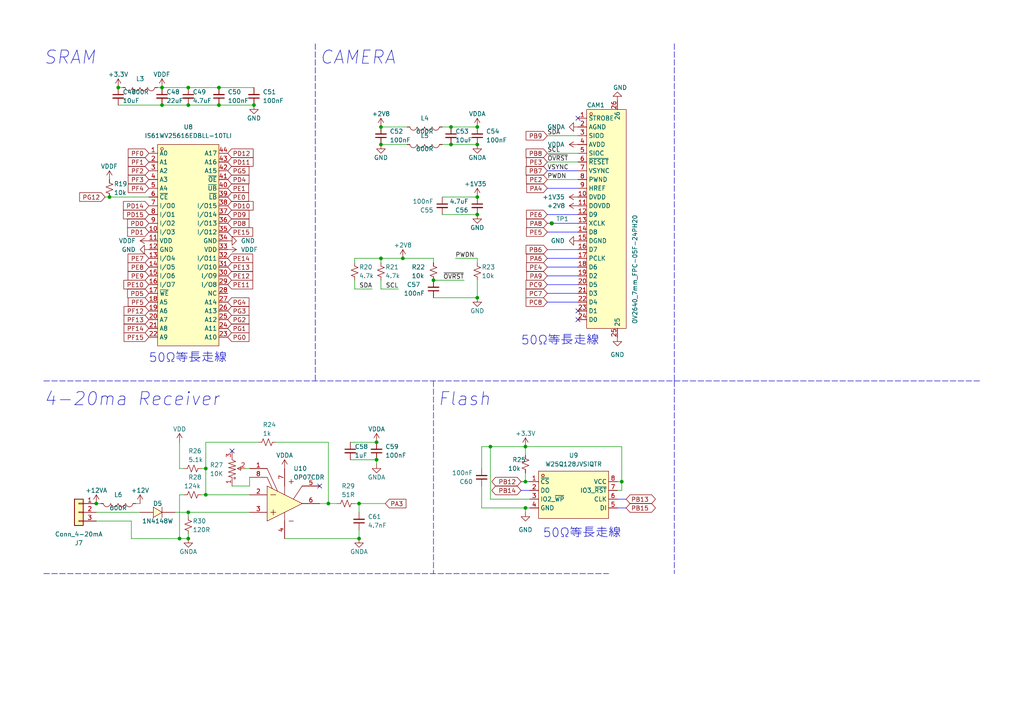
<source format=kicad_sch>
(kicad_sch (version 20211123) (generator eeschema)
  (paper "A4")
  (title_block (title "SRAM,Flash,Camera,4-20mA Receiver") (date "2022-10-21") (rev "100") (company "A. Chen") (comment 1 "CCTV3_F407ZET_REV100"))
  (lib_symbols
    (symbol "Connector:TestPoint_Small" (pin_numbers hide) (pin_names (offset 0.762) hide)
      (property "Reference" "TP" (at 0 3.81 0))
      (property "Value" "TestPoint_Small" (at 0 2.032 0))
      (symbol "TestPoint_Small_0_1"
        (circle (center 0 0) (radius 0.508))
      )
      (symbol "TestPoint_Small_1_1"
        (pin passive line (at 0 0 90) (length 0) (name "1") (number "1"))
      )
    )
    (symbol "Connector_Generic:Conn_01x03" (pin_names (offset 1.016) hide)
      (property "Reference" "J" (at 0 5.08 0))
      (property "Value" "Conn_01x03" (at 0 -5.08 0))
      (symbol "Conn_01x03_1_1"
        (rectangle (start -1.27 -2.413) (end 0 -2.667) (stroke (width 0.1524)))
        (rectangle (start -1.27 0.127) (end 0 -0.127) (stroke (width 0.1524)))
        (rectangle (start -1.27 2.667) (end 0 2.413) (stroke (width 0.1524)))
        (rectangle (start -1.27 3.81) (end 1.27 -3.81) (stroke (width 0.254)) (fill (type background)))
        (pin passive line (at -5.08 2.54 0) (length 3.81) (name "Pin_1") (number "1"))
        (pin passive line (at -5.08 0 0) (length 3.81) (name "Pin_2") (number "2"))
        (pin passive line (at -5.08 -2.54 0) (length 3.81) (name "Pin_3") (number "3"))
      )
    )
    (symbol "lcsc_parts:1N4148W_C81598" (pin_numbers hide) (pin_names hide)
      (property "Reference" "D" (at 0 5.08 0))
      (property "Value" "1N4148W_C81598" (at 0 -5.08 0))
      (symbol "1N4148W_C81598_0_1"
        (polyline (pts (xy -1.27 -1.52) (xy -1.27 1.52)))
        (polyline (pts (xy 1.27 1.52) (xy -1.27 0) (xy 1.27 -1.52) (xy 1.27 1.52)) (fill (type background)))
        (pin unspecified line (at -5.08 0 0) (length 3.81) (name "K") (number "1"))
        (pin unspecified line (at 5.08 0 180) (length 3.81) (name "A") (number "2"))
      )
    )
    (symbol "lcsc_parts:Cap" (pin_numbers hide) (pin_names (offset 0.254) hide)
      (property "Reference" "C" (at 0.254 1.778 0))
      (property "Value" "Cap" (at 0.254 -2.032 0))
      (symbol "Cap_0_1"
        (polyline (pts (xy -1.524 -0.508) (xy 1.524 -0.508)) (stroke (width 0.3302)))
        (polyline (pts (xy -1.524 0.508) (xy 1.524 0.508)) (stroke (width 0.3048)))
      )
      (symbol "Cap_1_1"
        (pin passive line (at 0 2.54 270) (length 2.032) (name "~") (number "1"))
        (pin passive line (at 0 -2.54 90) (length 2.032) (name "~") (number "2"))
      )
    )
    (symbol "lcsc_parts:GZ1608D601TF" (pin_numbers hide) (pin_names hide)
      (property "Reference" "L" (at 0 5.08 0))
      (property "Value" "GZ1608D601TF" (at 0 -5.08 0))
      (symbol "GZ1608D601TF_0_1"
        (arc (start -4.29 -0.02) (mid -2.52 -0.79) (end -2.27 -0.02))
        (arc (start -2.13 -0.02) (mid -0.36 -0.79) (end -0.11 -0.02))
        (arc (start 0.02 -0.02) (mid 1.79 -0.79) (end 2.04 -0.02))
        (arc (start 2.21 -0.02) (mid 3.3 -1.12) (end 4.23 -0.02))
        (pin unspecified line (at -5.08 0 0) (length 0.762) (name "1") (number "1"))
        (pin unspecified line (at 5.08 0 180) (length 0.762) (name "2") (number "2"))
      )
    )
    (symbol "lcsc_parts:IS61WV25616EDBLL-10TLI"
      (property "Reference" "U" (at 0 31.75 0))
      (property "Value" "IS61WV25616EDBLL-10TLI" (at 0 -31.75 0))
      (symbol "IS61WV25616EDBLL-10TLI_0_1"
        (rectangle (start -8.89 29.21) (end 8.89 -29.21) (fill (type background)))
        (circle (center -7.62 27.94) (radius 0.38))
        (pin unspecified line (at -11.43 26.67 0) (length 2.54) (name "A0") (number "1"))
        (pin unspecified line (at -11.43 3.81 0) (length 2.54) (name "I/O3") (number "10"))
        (pin unspecified line (at -11.43 1.27 0) (length 2.54) (name "VDD") (number "11"))
        (pin unspecified line (at -11.43 -1.27 0) (length 2.54) (name "GND") (number "12"))
        (pin unspecified line (at -11.43 -3.81 0) (length 2.54) (name "I/O4") (number "13"))
        (pin unspecified line (at -11.43 -6.35 0) (length 2.54) (name "I/O5") (number "14"))
        (pin unspecified line (at -11.43 -8.89 0) (length 2.54) (name "I/O6") (number "15"))
        (pin unspecified line (at -11.43 -11.43 0) (length 2.54) (name "I/O7") (number "16"))
        (pin unspecified line (at -11.43 -13.97 0) (length 2.54) (name "~{WE}") (number "17"))
        (pin unspecified line (at -11.43 -16.51 0) (length 2.54) (name "A5") (number "18"))
        (pin unspecified line (at -11.43 -19.05 0) (length 2.54) (name "A6") (number "19"))
        (pin unspecified line (at -11.43 24.13 0) (length 2.54) (name "A1") (number "2"))
        (pin unspecified line (at -11.43 -21.59 0) (length 2.54) (name "A7") (number "20"))
        (pin unspecified line (at -11.43 -24.13 0) (length 2.54) (name "A8") (number "21"))
        (pin unspecified line (at -11.43 -26.67 0) (length 2.54) (name "A9") (number "22"))
        (pin unspecified line (at 11.43 -26.67 180) (length 2.54) (name "A10") (number "23"))
        (pin unspecified line (at 11.43 -24.13 180) (length 2.54) (name "A11") (number "24"))
        (pin unspecified line (at 11.43 -21.59 180) (length 2.54) (name "A12") (number "25"))
        (pin unspecified line (at 11.43 -19.05 180) (length 2.54) (name "A13") (number "26"))
        (pin unspecified line (at 11.43 -16.51 180) (length 2.54) (name "A14") (number "27"))
        (pin unspecified line (at 11.43 -13.97 180) (length 2.54) (name "NC") (number "28"))
        (pin unspecified line (at 11.43 -11.43 180) (length 2.54) (name "I/O8") (number "29"))
        (pin unspecified line (at -11.43 21.59 0) (length 2.54) (name "A2") (number "3"))
        (pin unspecified line (at 11.43 -8.89 180) (length 2.54) (name "I/O9") (number "30"))
        (pin unspecified line (at 11.43 -6.35 180) (length 2.54) (name "I/O10") (number "31"))
        (pin unspecified line (at 11.43 -3.81 180) (length 2.54) (name "I/O11") (number "32"))
        (pin unspecified line (at 11.43 -1.27 180) (length 2.54) (name "VDD") (number "33"))
        (pin unspecified line (at 11.43 1.27 180) (length 2.54) (name "GND") (number "34"))
        (pin unspecified line (at 11.43 3.81 180) (length 2.54) (name "I/O12") (number "35"))
        (pin unspecified line (at 11.43 6.35 180) (length 2.54) (name "I/O13") (number "36"))
        (pin unspecified line (at 11.43 8.89 180) (length 2.54) (name "I/O14") (number "37"))
        (pin unspecified line (at 11.43 11.43 180) (length 2.54) (name "I/O15") (number "38"))
        (pin unspecified line (at 11.43 13.97 180) (length 2.54) (name "~{LB}") (number "39"))
        (pin unspecified line (at -11.43 19.05 0) (length 2.54) (name "A3") (number "4"))
        (pin unspecified line (at 11.43 16.51 180) (length 2.54) (name "~{UB}") (number "40"))
        (pin unspecified line (at 11.43 19.05 180) (length 2.54) (name "~{OE}") (number "41"))
        (pin unspecified line (at 11.43 21.59 180) (length 2.54) (name "A15") (number "42"))
        (pin unspecified line (at 11.43 24.13 180) (length 2.54) (name "A16") (number "43"))
        (pin unspecified line (at 11.43 26.67 180) (length 2.54) (name "A17") (number "44"))
        (pin unspecified line (at -11.43 16.51 0) (length 2.54) (name "A4") (number "5"))
        (pin unspecified line (at -11.43 13.97 0) (length 2.54) (name "~{CE}") (number "6"))
        (pin unspecified line (at -11.43 11.43 0) (length 2.54) (name "I/O0") (number "7"))
        (pin unspecified line (at -11.43 8.89 0) (length 2.54) (name "I/O1") (number "8"))
        (pin unspecified line (at -11.43 6.35 0) (length 2.54) (name "I/O2") (number "9"))
      )
    )
    (symbol "lcsc_parts:OP07CDR" (pin_names hide)
      (property "Reference" "U" (at 0 13.97 0))
      (property "Value" "OP07CDR" (at 0 -16.51 0))
      (symbol "OP07CDR_0_1"
        (polyline (pts (xy -4.06 -3.81) (xy -2.54 -3.81)))
        (polyline (pts (xy -4.06 1.27) (xy -2.54 1.27)))
        (polyline (pts (xy -3.56 3.05) (xy -5.08 6.35)))
        (polyline (pts (xy -3.3 -3.05) (xy -3.3 -4.57)))
        (polyline (pts (xy -2.03 2.29) (xy -5.08 8.89)))
        (polyline (pts (xy 0 -3.81) (xy 0 -6.35)))
        (polyline (pts (xy 0 3.81) (xy 0 1.27)))
        (polyline (pts (xy 1.27 -6.35) (xy 2.54 -6.35)))
        (polyline (pts (xy 1.27 5.08) (xy 2.54 5.08)))
        (polyline (pts (xy 1.905 5.715) (xy 1.905 4.445)))
        (polyline (pts (xy 5.08 3.81) (xy 2.54 0)))
        (polyline (pts (xy -5.08 -6.35) (xy 5.08 -1.27) (xy -5.08 3.81) (xy -5.08 -6.35)) (fill (type background)))
        (pin unspecified line (at -10.16 8.89 0) (length 5.08) (name "OFFSETN1") (number "1"))
        (pin unspecified line (at -10.16 1.27 0) (length 5.08) (name "IN-") (number "2"))
        (pin unspecified line (at -10.16 -3.81 0) (length 5.08) (name "IN+") (number "3"))
        (pin power_in line (at 0 -11.43 90) (length 5.08) (name "VCC-") (number "4"))
        (pin unspecified line (at 10.16 3.81 180) (length 5.08) (name "NC") (number "5"))
        (pin output line (at 10.16 -1.27 180) (length 5.08) (name "OUT") (number "6"))
        (pin power_in line (at 0 8.89 270) (length 5.08) (name "VCC+") (number "7"))
        (pin unspecified line (at -10.16 6.35 0) (length 5.08) (name "OFFSETN2") (number "8"))
      )
    )
    (symbol "lcsc_parts:OV2640_7mm_FPC-05F-24PH20"
      (property "Reference" "CAM" (at 0 33.02 0))
      (property "Value" "OV2640_7mm_FPC-05F-24PH20" (at 0 -39.37 0))
      (symbol "OV2640_7mm_FPC-05F-24PH20_0_1"
        (rectangle (start -2.54 31.75) (end 8.89 -31.75) (fill (type background)))
        (circle (center -1.27 30.48) (radius 0.38))
        (pin unspecified line (at -5.08 29.21 0) (length 2.54) (name "STROBE") (number "1"))
        (pin unspecified line (at -5.08 6.35 0) (length 2.54) (name "DVDD") (number "10"))
        (pin unspecified line (at -5.08 3.81 0) (length 2.54) (name "DOVDD") (number "11"))
        (pin unspecified line (at -5.08 1.27 0) (length 2.54) (name "D9") (number "12"))
        (pin unspecified line (at -5.08 -1.27 0) (length 2.54) (name "XCLK") (number "13"))
        (pin unspecified line (at -5.08 -3.81 0) (length 2.54) (name "D8") (number "14"))
        (pin unspecified line (at -5.08 -6.35 0) (length 2.54) (name "DGND") (number "15"))
        (pin unspecified line (at -5.08 -8.89 0) (length 2.54) (name "D7") (number "16"))
        (pin unspecified line (at -5.08 -11.43 0) (length 2.54) (name "PCLK") (number "17"))
        (pin unspecified line (at -5.08 -13.97 0) (length 2.54) (name "D6") (number "18"))
        (pin unspecified line (at -5.08 -16.51 0) (length 2.54) (name "D2") (number "19"))
        (pin unspecified line (at -5.08 26.67 0) (length 2.54) (name "AGND") (number "2"))
        (pin unspecified line (at -5.08 -19.05 0) (length 2.54) (name "D5") (number "20"))
        (pin unspecified line (at -5.08 -21.59 0) (length 2.54) (name "D3") (number "21"))
        (pin unspecified line (at -5.08 -24.13 0) (length 2.54) (name "D4") (number "22"))
        (pin unspecified line (at -5.08 -26.67 0) (length 2.54) (name "D1") (number "23"))
        (pin unspecified line (at -5.08 -29.21 0) (length 2.54) (name "D0") (number "24"))
        (pin unspecified line (at 6.35 -34.29 90) (length 2.54) (name "25") (number "25"))
        (pin unspecified line (at 6.35 34.29 270) (length 2.54) (name "26") (number "26"))
        (pin unspecified line (at -5.08 24.13 0) (length 2.54) (name "SIOD") (number "3"))
        (pin unspecified line (at -5.08 21.59 0) (length 2.54) (name "AVDD") (number "4"))
        (pin unspecified line (at -5.08 19.05 0) (length 2.54) (name "SIOC") (number "5"))
        (pin unspecified line (at -5.08 16.51 0) (length 2.54) (name "~{RESET}") (number "6"))
        (pin unspecified line (at -5.08 13.97 0) (length 2.54) (name "VSYNC") (number "7"))
        (pin unspecified line (at -5.08 11.43 0) (length 2.54) (name "PWND") (number "8"))
        (pin unspecified line (at -5.08 8.89 0) (length 2.54) (name "HREF") (number "9"))
      )
    )
    (symbol "lcsc_parts:Res" (pin_numbers hide) (pin_names (offset 0.254) hide)
      (property "Reference" "R" (at 0.762 0.508 0))
      (property "Value" "Res" (at 0.762 -1.016 0))
      (symbol "Res_1_1"
        (polyline (pts (xy 0 0) (xy 1.016 -0.381) (xy 0 -0.762) (xy -1.016 -1.143) (xy 0 -1.524)))
        (polyline (pts (xy 0 1.524) (xy 1.016 1.143) (xy 0 0.762) (xy -1.016 0.381) (xy 0 0)))
        (pin passive line (at 0 2.54 270) (length 1.016) (name "~") (number "1"))
        (pin passive line (at 0 -2.54 90) (length 1.016) (name "~") (number "2"))
      )
    )
    (symbol "lcsc_parts:VR_10K_THT_3296W-1-103" (pin_names hide)
      (property "Reference" "R" (at 0 8.89 0))
      (property "Value" "VR_10K_THT_3296W-1-103" (at 0 -5.08 0))
      (symbol "VR_10K_THT_3296W-1-103_0_1"
        (polyline (pts (xy -2.54 0) (xy -2.03 1.02)))
        (polyline (pts (xy -2.03 1.02) (xy -1.52 -1.02)))
        (polyline (pts (xy -1.52 -1.02) (xy -0.76 1.02)))
        (polyline (pts (xy -0.76 1.02) (xy -0.25 -1.02)))
        (polyline (pts (xy -0.25 -1.02) (xy 0.25 1.02)))
        (polyline (pts (xy 0 2.54) (xy 0 1.52)))
        (polyline (pts (xy 0.25 1.02) (xy 1.02 -1.02)))
        (polyline (pts (xy 1.02 -1.02) (xy 1.52 1.02)))
        (polyline (pts (xy 1.52 1.02) (xy 2.29 -1.02)))
        (polyline (pts (xy 2.29 -1.02) (xy 2.54 0)))
        (polyline (pts (xy -0.51 2.54) (xy 0 1.52) (xy 0.51 2.54) (xy -0.51 2.54)) (fill (type background)))
        (circle (center 2.79 0.76) (radius 0.25))
        (pin unspecified line (at 5.08 0 180) (length 2.54) (name "1") (number "1"))
        (pin unspecified line (at 0 3.81 270) (length 1.27) (name "2") (number "2"))
        (pin unspecified line (at -5.08 0 0) (length 2.54) (name "3") (number "3"))
      )
    )
    (symbol "lcsc_parts:W25Q128JVSIQTR"
      (property "Reference" "U" (at 0 8.89 0))
      (property "Value" "W25Q128JVSIQTR" (at 0 -8.89 0))
      (symbol "W25Q128JVSIQTR_0_1"
        (rectangle (start -10.16 6.86) (end 10.16 -6.86) (fill (type background)))
        (circle (center -8.89 5.59) (radius 0.38))
        (circle (center -8.89 5.59) (radius 0.38))
        (pin unspecified line (at -12.7 3.81 0) (length 2.54) (name "~{CS}") (number "1"))
        (pin unspecified line (at -12.7 1.27 0) (length 2.54) (name "DO") (number "2"))
        (pin unspecified line (at -12.7 -1.27 0) (length 2.54) (name "IO2_~{WP}") (number "3"))
        (pin unspecified line (at -12.7 -3.81 0) (length 2.54) (name "GND") (number "4"))
        (pin unspecified line (at 12.7 -3.81 180) (length 2.54) (name "DI") (number "5"))
        (pin unspecified line (at 12.7 -1.27 180) (length 2.54) (name "CLK") (number "6"))
        (pin unspecified line (at 12.7 1.27 180) (length 2.54) (name "IO3_~{RST}") (number "7"))
        (pin unspecified line (at 12.7 3.81 180) (length 2.54) (name "VCC") (number "8"))
      )
    )
    (symbol "power:+12V" (power) (pin_names (offset 0))
      (property "Value" "+12V" (at 0 3.556 0))
      (symbol "+12V_0_1"
        (polyline (pts (xy -0.762 1.27) (xy 0 2.54)))
        (polyline (pts (xy 0 0) (xy 0 2.54)))
        (polyline (pts (xy 0 2.54) (xy 0.762 1.27)))
      )
      (symbol "+12V_1_1"
        (pin power_in line (at 0 0 90) (length 0) hide (name "+12V") (number "1"))
      )
    )
    (symbol "power:+12VA" (power) (pin_names (offset 0))
      (property "Value" "+12VA" (at 0 3.556 0))
      (symbol "+12VA_0_1"
        (polyline (pts (xy -0.762 1.27) (xy 0 2.54)))
        (polyline (pts (xy 0 0) (xy 0 2.54)))
        (polyline (pts (xy 0 2.54) (xy 0.762 1.27)))
      )
      (symbol "+12VA_1_1"
        (pin power_in line (at 0 0 90) (length 0) hide (name "+12VA") (number "1"))
      )
    )
    (symbol "power:+1V35" (power) (pin_names (offset 0))
      (property "Value" "+1V35" (at 0 3.556 0))
      (symbol "+1V35_0_1"
        (polyline (pts (xy -0.762 1.27) (xy 0 2.54)))
        (polyline (pts (xy 0 0) (xy 0 2.54)))
        (polyline (pts (xy 0 2.54) (xy 0.762 1.27)))
      )
      (symbol "+1V35_1_1"
        (pin power_in line (at 0 0 90) (length 0) hide (name "+1V35") (number "1"))
      )
    )
    (symbol "power:+2V8" (power) (pin_names (offset 0))
      (property "Value" "+2V8" (at 0 3.556 0))
      (symbol "+2V8_0_1"
        (polyline (pts (xy -0.762 1.27) (xy 0 2.54)))
        (polyline (pts (xy 0 0) (xy 0 2.54)))
        (polyline (pts (xy 0 2.54) (xy 0.762 1.27)))
      )
      (symbol "+2V8_1_1"
        (pin power_in line (at 0 0 90) (length 0) hide (name "+2V8") (number "1"))
      )
    )
    (symbol "power:+3.3V" (power) (pin_names (offset 0))
      (property "Value" "+3.3V" (at 0 3.556 0))
      (symbol "+3.3V_0_1"
        (polyline (pts (xy -0.762 1.27) (xy 0 2.54)))
        (polyline (pts (xy 0 0) (xy 0 2.54)))
        (polyline (pts (xy 0 2.54) (xy 0.762 1.27)))
      )
      (symbol "+3.3V_1_1"
        (pin power_in line (at 0 0 90) (length 0) hide (name "+3.3V") (number "1"))
      )
    )
    (symbol "power:GND" (power) (pin_names (offset 0))
      (property "Value" "GND" (at 0 -3.81 0))
      (symbol "GND_0_1"
        (polyline (pts (xy 0 0) (xy 0 -1.27) (xy 1.27 -1.27) (xy 0 -2.54) (xy -1.27 -1.27) (xy 0 -1.27)))
      )
      (symbol "GND_1_1"
        (pin power_in line (at 0 0 270) (length 0) hide (name "GND") (number "1"))
      )
    )
    (symbol "power:GNDA" (power) (pin_names (offset 0))
      (property "Value" "GNDA" (at 0 -3.81 0))
      (symbol "GNDA_0_1"
        (polyline (pts (xy 0 0) (xy 0 -1.27) (xy 1.27 -1.27) (xy 0 -2.54) (xy -1.27 -1.27) (xy 0 -1.27)))
      )
      (symbol "GNDA_1_1"
        (pin power_in line (at 0 0 270) (length 0) hide (name "GNDA") (number "1"))
      )
    )
    (symbol "power:GNDA1" (power) (pin_names (offset 0))
      (property "Value" "GNDA1" (at 0 -3.81 0))
      (symbol "GNDA1_0_1"
        (polyline (pts (xy 0 0) (xy 0 -1.27) (xy 1.27 -1.27) (xy 0 -2.54) (xy -1.27 -1.27) (xy 0 -1.27)))
      )
      (symbol "GNDA1_1_1"
        (pin power_in line (at 0 0 270) (length 0) hide (name "GNDA") (number "1"))
      )
    )
    (symbol "power:VDDA" (power) (pin_names (offset 0))
      (property "Value" "VDDA" (at 0 3.81 0))
      (symbol "VDDA_0_1"
        (polyline (pts (xy -0.762 1.27) (xy 0 2.54)))
        (polyline (pts (xy 0 0) (xy 0 2.54)))
        (polyline (pts (xy 0 2.54) (xy 0.762 1.27)))
      )
      (symbol "VDDA_1_1"
        (pin power_in line (at 0 0 90) (length 0) hide (name "VDDA") (number "1"))
      )
    )
    (symbol "power:VDDA1" (power) (pin_names (offset 0))
      (property "Value" "VDDA1" (at 0 3.81 0))
      (symbol "VDDA1_0_1"
        (polyline (pts (xy -0.762 1.27) (xy 0 2.54)))
        (polyline (pts (xy 0 0) (xy 0 2.54)))
        (polyline (pts (xy 0 2.54) (xy 0.762 1.27)))
      )
      (symbol "VDDA1_1_1"
        (pin power_in line (at 0 0 90) (length 0) hide (name "VDDA") (number "1"))
      )
    )
    (symbol "power:VDDF" (power) (pin_names (offset 0))
      (property "Value" "VDDF" (at 0 3.81 0))
      (symbol "VDDF_0_1"
        (polyline (pts (xy -0.762 1.27) (xy 0 2.54)))
        (polyline (pts (xy 0 0) (xy 0 2.54)))
        (polyline (pts (xy 0 2.54) (xy 0.762 1.27)))
      )
      (symbol "VDDF_1_1"
        (pin power_in line (at 0 0 90) (length 0) hide (name "VDDF") (number "1"))
      )
    )
    (symbol "power:VREF" (power) (pin_names (offset 0))
      (property "Value" "VREF" (at 0 3.81 0))
      (symbol "VREF_0_1"
        (polyline (pts (xy -0.762 1.27) (xy 0 2.54)))
        (polyline (pts (xy 0 0) (xy 0 2.54)))
        (polyline (pts (xy 0 2.54) (xy 0.762 1.27)))
      )
      (symbol "VREF_1_1"
        (pin power_in line (at 0 0 90) (length 0) hide (name "VDD") (number "1"))
      )
    )
  )
  (junction (at 54.61 25.4))
  (junction (at 46.99 25.4))
  (junction (at 54.61 148.59))
  (junction (at 160.02 64.77))
  (junction (at 54.61 156.21))
  (junction (at 73.66 30.48))
  (junction (at 31.75 57.15))
  (junction (at 130.81 36.83))
  (junction (at 138.43 57.15))
  (junction (at 95.25 146.05))
  (junction (at 59.69 143.51))
  (junction (at 59.69 135.89))
  (junction (at 138.43 41.91))
  (junction (at 116.84 74.93))
  (junction (at 138.43 36.83))
  (junction (at 138.43 62.23))
  (junction (at 110.49 74.93))
  (junction (at 110.49 36.83))
  (junction (at 152.4 147.32))
  (junction (at 138.43 86.36))
  (junction (at 104.14 156.21))
  (junction (at 109.22 133.35))
  (junction (at 142.24 129.54))
  (junction (at 27.94 146.05))
  (junction (at 54.61 30.48))
  (junction (at 52.07 156.21))
  (junction (at 152.4 129.54))
  (junction (at 104.14 146.05))
  (junction (at 152.4 139.7))
  (junction (at 110.49 41.91))
  (junction (at 46.99 30.48))
  (junction (at 180.34 139.7))
  (junction (at 34.29 25.4))
  (junction (at 63.5 30.48))
  (junction (at 63.5 25.4))
  (junction (at 125.73 81.28))
  (junction (at 130.81 41.91))
  (junction (at 109.22 128.27))
  (no_connect (at 67.31 130.81))
  (no_connect (at 92.71 140.97))
  (no_connect (at 167.64 34.29))
  (no_connect (at 167.64 90.17))
  (no_connect (at 167.64 92.71))
  (wire (pts (xy 160.02 64.77) (xy 167.64 64.77)) (stroke (width 0) (color 0 0 255 1)))
  (wire (pts (xy 158.75 46.99) (xy 167.64 46.99)))
  (wire (pts (xy 181.61 144.78) (xy 179.07 144.78)) (stroke (width 0) (color 0 0 255 1)))
  (wire (pts (xy 110.49 83.82) (xy 115.57 83.82)))
  (wire (pts (xy 67.31 140.97) (xy 72.39 140.97)))
  (wire (pts (xy 63.5 25.4) (xy 73.66 25.4)))
  (wire (pts (xy 109.22 133.35) (xy 109.22 134.62)))
  (wire (pts (xy 125.73 74.93) (xy 125.73 76.2)))
  (wire (pts (xy 71.12 135.89) (xy 72.39 135.89)))
  (wire (pts (xy 59.69 128.27) (xy 59.69 135.89)))
  (wire (pts (xy 158.75 64.77) (xy 160.02 64.77)) (stroke (width 0) (color 0 0 255 1)))
  (wire (pts (xy 138.43 36.83) (xy 130.81 36.83)))
  (wire (pts (xy 158.75 85.09) (xy 167.64 85.09)) (stroke (width 0) (color 0 0 255 1)))
  (wire (pts (xy 138.43 57.15) (xy 128.27 57.15)))
  (wire (pts (xy 45.72 25.4) (xy 46.99 25.4)))
  (wire (pts (xy 102.87 81.28) (xy 102.87 83.82)))
  (wire (pts (xy 29.21 146.05) (xy 27.94 146.05)))
  (wire (pts (xy 152.4 132.08) (xy 152.4 129.54)))
  (wire (pts (xy 158.75 39.37) (xy 167.64 39.37)))
  (wire (pts (xy 110.49 74.93) (xy 110.49 76.2)))
  (wire (pts (xy 102.87 74.93) (xy 110.49 74.93)))
  (wire (pts (xy 50.8 148.59) (xy 54.61 148.59)))
  (wire (pts (xy 181.61 147.32) (xy 179.07 147.32)) (stroke (width 0) (color 0 0 255 1)))
  (wire (pts (xy 139.7 135.89) (xy 139.7 129.54)))
  (wire (pts (xy 138.43 74.93) (xy 138.43 76.2)))
  (wire (pts (xy 180.34 139.7) (xy 180.34 129.54)))
  (wire (pts (xy 38.1 156.21) (xy 52.07 156.21)))
  (wire (pts (xy 179.07 142.24) (xy 180.34 142.24)))
  (wire (pts (xy 116.84 74.93) (xy 125.73 74.93)))
  (wire (pts (xy 104.14 146.05) (xy 104.14 148.59)))
  (wire (pts (xy 139.7 147.32) (xy 152.4 147.32)))
  (wire (pts (xy 158.75 44.45) (xy 167.64 44.45)))
  (wire (pts (xy 104.14 146.05) (xy 111.76 146.05)))
  (wire (pts (xy 116.84 74.93) (xy 110.49 74.93)))
  (wire (pts (xy 132.08 74.93) (xy 138.43 74.93)))
  (wire (pts (xy 138.43 41.91) (xy 130.81 41.91)))
  (wire (pts (xy 109.22 128.27) (xy 101.6 128.27)))
  (wire (pts (xy 58.42 143.51) (xy 59.69 143.51)))
  (wire (pts (xy 128.27 41.91) (xy 130.81 41.91)))
  (wire (pts (xy 151.13 139.7) (xy 152.4 139.7)) (stroke (width 0) (color 0 0 255 1)))
  (wire (pts (xy 158.75 77.47) (xy 167.64 77.47)) (stroke (width 0) (color 0 0 255 1)))
  (wire (pts (xy 104.14 153.67) (xy 104.14 156.21)))
  (polyline (pts (xy 195.58 12.7) (xy 195.58 110.49)))
  (wire (pts (xy 158.75 54.61) (xy 167.64 54.61)) (stroke (width 0) (color 0 0 255 1)))
  (wire (pts (xy 102.87 76.2) (xy 102.87 74.93)))
  (wire (pts (xy 142.24 144.78) (xy 142.24 129.54)))
  (wire (pts (xy 142.24 129.54) (xy 152.4 129.54)))
  (wire (pts (xy 158.75 74.93) (xy 167.64 74.93)) (stroke (width 0) (color 0 0 255 1)))
  (wire (pts (xy 54.61 148.59) (xy 72.39 148.59)))
  (wire (pts (xy 54.61 149.86) (xy 54.61 148.59)))
  (wire (pts (xy 27.94 151.13) (xy 38.1 151.13)))
  (wire (pts (xy 34.29 30.48) (xy 46.99 30.48)))
  (wire (pts (xy 138.43 86.36) (xy 138.43 81.28)))
  (wire (pts (xy 158.75 62.23) (xy 167.64 62.23)) (stroke (width 0) (color 0 0 255 1)))
  (wire (pts (xy 59.69 143.51) (xy 72.39 143.51)))
  (wire (pts (xy 53.34 143.51) (xy 52.07 143.51)))
  (wire (pts (xy 102.87 83.82) (xy 107.95 83.82)))
  (wire (pts (xy 97.79 146.05) (xy 95.25 146.05)))
  (wire (pts (xy 125.73 86.36) (xy 138.43 86.36)))
  (wire (pts (xy 54.61 154.94) (xy 54.61 156.21)))
  (wire (pts (xy 95.25 146.05) (xy 95.25 128.27)))
  (wire (pts (xy 152.4 137.16) (xy 152.4 139.7)))
  (wire (pts (xy 158.75 80.01) (xy 167.64 80.01)) (stroke (width 0) (color 0 0 255 1)))
  (wire (pts (xy 158.75 49.53) (xy 167.64 49.53)) (stroke (width 0) (color 0 0 255 1)))
  (wire (pts (xy 125.73 81.28) (xy 134.62 81.28)))
  (wire (pts (xy 31.75 57.15) (xy 43.18 57.15)))
  (wire (pts (xy 153.67 147.32) (xy 152.4 147.32)))
  (wire (pts (xy 54.61 25.4) (xy 63.5 25.4)))
  (wire (pts (xy 52.07 143.51) (xy 52.07 156.21)))
  (wire (pts (xy 73.66 30.48) (xy 63.5 30.48)))
  (wire (pts (xy 58.42 135.89) (xy 59.69 135.89)))
  (polyline (pts (xy 125.73 110.49) (xy 125.73 166.37)))
  (wire (pts (xy 102.87 146.05) (xy 104.14 146.05)))
  (wire (pts (xy 138.43 62.23) (xy 128.27 62.23)))
  (wire (pts (xy 139.7 129.54) (xy 142.24 129.54)))
  (wire (pts (xy 110.49 36.83) (xy 118.11 36.83)))
  (wire (pts (xy 46.99 25.4) (xy 54.61 25.4)))
  (wire (pts (xy 109.22 133.35) (xy 101.6 133.35)))
  (wire (pts (xy 52.07 156.21) (xy 54.61 156.21)))
  (wire (pts (xy 80.01 128.27) (xy 95.25 128.27)))
  (wire (pts (xy 54.61 30.48) (xy 63.5 30.48)))
  (polyline (pts (xy 12.7 166.37) (xy 176.53 166.37)))
  (wire (pts (xy 46.99 30.48) (xy 54.61 30.48)))
  (wire (pts (xy 27.94 148.59) (xy 40.64 148.59)))
  (wire (pts (xy 30.48 57.15) (xy 31.75 57.15)))
  (wire (pts (xy 40.64 146.05) (xy 39.37 146.05)))
  (wire (pts (xy 38.1 151.13) (xy 38.1 156.21)))
  (polyline (pts (xy 195.58 110.49) (xy 195.58 166.37)))
  (wire (pts (xy 153.67 144.78) (xy 142.24 144.78)))
  (wire (pts (xy 180.34 139.7) (xy 179.07 139.7)))
  (wire (pts (xy 158.75 82.55) (xy 167.64 82.55)) (stroke (width 0) (color 0 0 255 1)))
  (wire (pts (xy 128.27 36.83) (xy 130.81 36.83)))
  (wire (pts (xy 151.13 142.24) (xy 153.67 142.24)) (stroke (width 0) (color 0 0 255 1)))
  (wire (pts (xy 92.71 146.05) (xy 95.25 146.05)))
  (wire (pts (xy 152.4 147.32) (xy 152.4 148.59)))
  (wire (pts (xy 34.29 25.4) (xy 35.56 25.4)))
  (wire (pts (xy 158.75 72.39) (xy 167.64 72.39)) (stroke (width 0) (color 0 0 255 1)))
  (wire (pts (xy 110.49 41.91) (xy 118.11 41.91)))
  (wire (pts (xy 110.49 81.28) (xy 110.49 83.82)))
  (wire (pts (xy 72.39 140.97) (xy 72.39 138.43)))
  (wire (pts (xy 139.7 140.97) (xy 139.7 147.32)))
  (wire (pts (xy 74.93 128.27) (xy 59.69 128.27)))
  (wire (pts (xy 180.34 142.24) (xy 180.34 139.7)))
  (polyline (pts (xy 12.7 110.49) (xy 284.48 110.49)))
  (wire (pts (xy 52.07 128.27) (xy 52.07 135.89)))
  (wire (pts (xy 152.4 129.54) (xy 180.34 129.54)))
  (wire (pts (xy 152.4 139.7) (xy 153.67 139.7)) (stroke (width 0) (color 0 0 255 1)))
  (wire (pts (xy 59.69 135.89) (xy 59.69 143.51)))
  (wire (pts (xy 52.07 135.89) (xy 53.34 135.89)))
  (wire (pts (xy 158.75 67.31) (xy 167.64 67.31)) (stroke (width 0) (color 0 0 255 1)))
  (wire (pts (xy 158.75 87.63) (xy 167.64 87.63)) (stroke (width 0) (color 0 0 255 1)))
  (polyline (pts (xy 91.44 12.7) (xy 91.44 110.49)))
  (wire (pts (xy 104.14 156.21) (xy 82.55 156.21)))
  (wire (pts (xy 158.75 52.07) (xy 167.64 52.07)))
  (text "4-20ma Receiver" (at 12.7 118.11 0) (effects (font (size 3.81 3.81) italic) (justify left bottom)))
  (text "CAMERA" (at 92.71 19.05 0) (effects (font (size 3.81 3.81) italic) (justify left bottom)))
  (text "Flash" (at 127 118.11 0) (effects (font (size 3.81 3.81) italic) (justify left bottom)))
  (text "50Ω等長走線" (at 66.04 105.41 180) (effects (font (size 2.54 2.54)) (justify right bottom)))
  (text "SRAM" (at 12.7 19.05 0) (effects (font (size 3.81 3.81) italic) (justify left bottom)))
  (text "50Ω等長走線" (at 173.99 100.33 180) (effects (font (size 2.54 2.54)) (justify right bottom)))
  (text "50Ω等長走線" (at 180.34 156.21 180) (effects (font (size 2.54 2.54)) (justify right bottom)))
  (label "SDA" (at 158.75 39.37 0))
  (label "PWDN" (at 132.08 74.93 0))
  (label "SCL" (at 158.75 44.45 0))
  (label "PWDN" (at 158.75 52.07 0))
  (label "~{OVRST}" (at 158.75 46.99 0))
  (label "~{OVRST}" (at 134.62 81.28 180))
  (label "SCL" (at 115.57 83.82 180))
  (label "SDA" (at 107.95 83.82 180))
  (label "VSYNC" (at 158.75 49.53 0))
  (global_label "PA9" (shape input) (at 158.75 80.01 180) (property "Intersheet References" "${INTERSHEET_REFS}" (effects hide)))
  (global_label "PD8" (shape input) (at 66.04 64.77 0) (property "Intersheet References" "${INTERSHEET_REFS}" (effects hide)))
  (global_label "PC9" (shape input) (at 158.75 82.55 180) (property "Intersheet References" "${INTERSHEET_REFS}" (effects hide)))
  (global_label "PA4" (shape input) (at 158.75 54.61 180) (property "Intersheet References" "${INTERSHEET_REFS}" (effects hide)))
  (global_label "PE2" (shape input) (at 158.75 52.07 180) (property "Intersheet References" "${INTERSHEET_REFS}" (effects hide)))
  (global_label "PG12" (shape input) (at 30.48 57.15 180) (property "Intersheet References" "${INTERSHEET_REFS}" (effects hide)))
  (global_label "PD4" (shape input) (at 66.04 52.07 0) (property "Intersheet References" "${INTERSHEET_REFS}" (effects hide)))
  (global_label "PE12" (shape input) (at 66.04 80.01 0) (property "Intersheet References" "${INTERSHEET_REFS}" (effects hide)))
  (global_label "PA6" (shape input) (at 158.75 74.93 180) (property "Intersheet References" "${INTERSHEET_REFS}" (effects hide)))
  (global_label "PE15" (shape input) (at 66.04 67.31 0) (property "Intersheet References" "${INTERSHEET_REFS}" (effects hide)))
  (global_label "PG3" (shape input) (at 66.04 90.17 0) (property "Intersheet References" "${INTERSHEET_REFS}" (effects hide)))
  (global_label "PD10" (shape input) (at 66.04 59.69 0) (property "Intersheet References" "${INTERSHEET_REFS}" (effects hide)))
  (global_label "PD5" (shape input) (at 43.18 85.09 180) (property "Intersheet References" "${INTERSHEET_REFS}" (effects hide)))
  (global_label "PB14" (shape bidirectional) (at 151.13 142.24 180) (property "Intersheet References" "${INTERSHEET_REFS}" (effects hide)))
  (global_label "PE10" (shape input) (at 43.18 82.55 180) (property "Intersheet References" "${INTERSHEET_REFS}" (effects hide)))
  (global_label "PE9" (shape input) (at 43.18 80.01 180) (property "Intersheet References" "${INTERSHEET_REFS}" (effects hide)))
  (global_label "PD15" (shape input) (at 43.18 62.23 180) (property "Intersheet References" "${INTERSHEET_REFS}" (effects hide)))
  (global_label "PE3" (shape input) (at 158.75 46.99 180) (property "Intersheet References" "${INTERSHEET_REFS}" (effects hide)))
  (global_label "PF14" (shape input) (at 43.18 95.25 180) (property "Intersheet References" "${INTERSHEET_REFS}" (effects hide)))
  (global_label "PF12" (shape input) (at 43.18 90.17 180) (property "Intersheet References" "${INTERSHEET_REFS}" (effects hide)))
  (global_label "PA8" (shape input) (at 158.75 64.77 180) (property "Intersheet References" "${INTERSHEET_REFS}" (effects hide)))
  (global_label "PE1" (shape input) (at 66.04 54.61 0) (property "Intersheet References" "${INTERSHEET_REFS}" (effects hide)))
  (global_label "PF5" (shape input) (at 43.18 87.63 180) (property "Intersheet References" "${INTERSHEET_REFS}" (effects hide)))
  (global_label "PC7" (shape input) (at 158.75 85.09 180) (property "Intersheet References" "${INTERSHEET_REFS}" (effects hide)))
  (global_label "PE6" (shape input) (at 158.75 62.23 180) (property "Intersheet References" "${INTERSHEET_REFS}" (effects hide)))
  (global_label "PB8" (shape input) (at 158.75 44.45 180) (property "Intersheet References" "${INTERSHEET_REFS}" (effects hide)))
  (global_label "PB9" (shape input) (at 158.75 39.37 180) (property "Intersheet References" "${INTERSHEET_REFS}" (effects hide)))
  (global_label "PB6" (shape input) (at 158.75 72.39 180) (property "Intersheet References" "${INTERSHEET_REFS}" (effects hide)))
  (global_label "PC8" (shape input) (at 158.75 87.63 180) (property "Intersheet References" "${INTERSHEET_REFS}" (effects hide)))
  (global_label "PG0" (shape input) (at 66.04 97.79 0) (property "Intersheet References" "${INTERSHEET_REFS}" (effects hide)))
  (global_label "PG1" (shape input) (at 66.04 95.25 0) (property "Intersheet References" "${INTERSHEET_REFS}" (effects hide)))
  (global_label "PB12" (shape bidirectional) (at 151.13 139.7 180) (property "Intersheet References" "${INTERSHEET_REFS}" (effects hide)))
  (global_label "PB15" (shape bidirectional) (at 181.61 147.32 0) (property "Intersheet References" "${INTERSHEET_REFS}" (effects hide)))
  (global_label "PF0" (shape input) (at 43.18 44.45 180) (property "Intersheet References" "${INTERSHEET_REFS}" (effects hide)))
  (global_label "PB7" (shape input) (at 158.75 49.53 180) (property "Intersheet References" "${INTERSHEET_REFS}" (effects hide)))
  (global_label "PF13" (shape input) (at 43.18 92.71 180) (property "Intersheet References" "${INTERSHEET_REFS}" (effects hide)))
  (global_label "PF2" (shape input) (at 43.18 49.53 180) (property "Intersheet References" "${INTERSHEET_REFS}" (effects hide)))
  (global_label "PG4" (shape input) (at 66.04 87.63 0) (property "Intersheet References" "${INTERSHEET_REFS}" (effects hide)))
  (global_label "PE8" (shape input) (at 43.18 77.47 180) (property "Intersheet References" "${INTERSHEET_REFS}" (effects hide)))
  (global_label "PE4" (shape input) (at 158.75 77.47 180) (property "Intersheet References" "${INTERSHEET_REFS}" (effects hide)))
  (global_label "PD14" (shape input) (at 43.18 59.69 180) (property "Intersheet References" "${INTERSHEET_REFS}" (effects hide)))
  (global_label "PE0" (shape input) (at 66.04 57.15 0) (property "Intersheet References" "${INTERSHEET_REFS}" (effects hide)))
  (global_label "PF15" (shape input) (at 43.18 97.79 180) (property "Intersheet References" "${INTERSHEET_REFS}" (effects hide)))
  (global_label "PF4" (shape input) (at 43.18 54.61 180) (property "Intersheet References" "${INTERSHEET_REFS}" (effects hide)))
  (global_label "PB13" (shape bidirectional) (at 181.61 144.78 0) (property "Intersheet References" "${INTERSHEET_REFS}" (effects hide)))
  (global_label "PG2" (shape input) (at 66.04 92.71 0) (property "Intersheet References" "${INTERSHEET_REFS}" (effects hide)))
  (global_label "PD0" (shape input) (at 43.18 64.77 180) (property "Intersheet References" "${INTERSHEET_REFS}" (effects hide)))
  (global_label "PD9" (shape input) (at 66.04 62.23 0) (property "Intersheet References" "${INTERSHEET_REFS}" (effects hide)))
  (global_label "PA3" (shape input) (at 111.76 146.05 0) (property "Intersheet References" "${INTERSHEET_REFS}" (effects hide)))
  (global_label "PG5" (shape input) (at 66.04 49.53 0) (property "Intersheet References" "${INTERSHEET_REFS}" (effects hide)))
  (global_label "PD11" (shape input) (at 66.04 46.99 0) (property "Intersheet References" "${INTERSHEET_REFS}" (effects hide)))
  (global_label "PD1" (shape input) (at 43.18 67.31 180) (property "Intersheet References" "${INTERSHEET_REFS}" (effects hide)))
  (global_label "PE14" (shape input) (at 66.04 74.93 0) (property "Intersheet References" "${INTERSHEET_REFS}" (effects hide)))
  (global_label "PF3" (shape input) (at 43.18 52.07 180) (property "Intersheet References" "${INTERSHEET_REFS}" (effects hide)))
  (global_label "PE11" (shape input) (at 66.04 82.55 0) (property "Intersheet References" "${INTERSHEET_REFS}" (effects hide)))
  (global_label "PD12" (shape input) (at 66.04 44.45 0) (property "Intersheet References" "${INTERSHEET_REFS}" (effects hide)))
  (global_label "PE5" (shape input) (at 158.75 67.31 180) (property "Intersheet References" "${INTERSHEET_REFS}" (effects hide)))
  (global_label "PE13" (shape input) (at 66.04 77.47 0) (property "Intersheet References" "${INTERSHEET_REFS}" (effects hide)))
  (global_label "PE7" (shape input) (at 43.18 74.93 180) (property "Intersheet References" "${INTERSHEET_REFS}" (effects hide)))
  (global_label "PF1" (shape input) (at 43.18 46.99 180) (property "Intersheet References" "${INTERSHEET_REFS}" (effects hide)))
  (symbol (lib_id "lcsc_parts:Cap") (at 138.43 39.37 180) (unit 1)
    (property "Reference" "C54" (at 140.97 38.1 0) (effects (justify right)))
    (property "Value" "100nF" (at 140.97 40.64 0) (effects (justify right)))
    (property "Footprint" "lcsc_parts:C0603" (effects hide))
    (property "Voltage" "50V" (effects hide))
    (property "LCSC Part" "TBD" (effects hide))
  )
  (symbol (lib_id "lcsc_parts:Cap") (at 139.7 138.43 180) (unit 1)
    (property "Reference" "C60" (at 137.16 139.7 0) (effects (justify left)))
    (property "Value" "100nF" (at 137.16 137.16 0) (effects (justify left)))
    (property "Footprint" "lcsc_parts:C0603" (effects hide))
    (property "Voltage" "50V" (effects hide))
    (property "LCSC Part" "TBD" (effects hide))
  )
  (symbol (lib_id "power:+2V8") (at 110.49 36.83 0) (unit 1)
    (property "Reference" "#PWR0185" (effects hide))
    (property "Value" "+2V8" (at 110.49 33.02 0))
  )
  (symbol (lib_id "Connector:TestPoint_Small") (at 160.02 64.77 0) (unit 1)
    (property "Reference" "TP1" (at 161.29 63.5 0) (effects (justify left)))
    (property "Value" "TestPoint_Small" (effects hide))
    (property "Footprint" "TestPoint:TestPoint_Pad_D1.0mm" (effects hide))
  )
  (symbol (lib_id "lcsc_parts:Res") (at 77.47 128.27 270) (unit 1)
    (property "Reference" "R24" (at 76.2 123.19 90) (effects (justify left)))
    (property "Value" "1k" (at 76.2 125.73 90) (effects (justify left)))
    (property "Footprint" "lcsc_parts:R0603" (effects hide))
    (property "Tolerance" "1%" (effects hide))
    (property "LCSC Part" "TBD" (effects hide))
  )
  (symbol (lib_id "power:VDDA1") (at 167.64 41.91 90) (unit 1)
    (property "Reference" "#PWR0193" (effects hide))
    (property "Value" "VDDA1" (at 161.29 41.91 90))
  )
  (symbol (lib_id "power:GND") (at 73.66 30.48 0) (unit 1)
    (property "Reference" "#PWR0181" (effects hide))
    (property "Value" "GND" (at 73.66 34.29 0))
  )
  (symbol (lib_id "lcsc_parts:1N4148W_C81598") (at 45.72 148.59 180) (unit 1)
    (property "Reference" "D5" (at 45.72 146.05 0))
    (property "Value" "1N4148W" (at 45.72 151.13 0))
    (property "Footprint" "lcsc_parts:SOD-123F_L2.7-W1.6-LS3.8-RD" (effects hide))
    (property "Datasheet" "https://lcsc.com/product-detail/Switching-Diode_1N4148W_C81598.html" (effects hide))
    (property "Manufacturer" "SEMTECH" (effects hide))
    (property "LCSC Part" "C81598" (effects hide))
    (property "JLC Part" "Basic Part" (effects hide))
  )
  (symbol (lib_id "lcsc_parts:GZ1608D601TF") (at 40.64 25.4 0) (unit 1)
    (property "Reference" "L3" (at 40.64 22.86 0))
    (property "Value" "600R" (at 40.64 26.67 0))
    (property "Footprint" "lcsc_parts:L0603" (effects hide))
    (property "Datasheet" "https://lcsc.com/product-detail/Ferrite-Beads-And-Chips_600R-25-100MHz_C1002.html" (effects hide))
    (property "Manufacturer" "Sunlord" (effects hide))
    (property "LCSC Part" "C1002" (effects hide))
    (property "JLC Part" "Basic Part" (effects hide))
    (property "Model" "GZ1608D601TF" (effects hide))
  )
  (symbol (lib_id "power:GND") (at 43.18 72.39 270) (unit 1)
    (property "Reference" "#PWR0167" (effects hide))
    (property "Value" "GND" (at 39.37 72.3899 90) (effects (justify right)))
  )
  (symbol (lib_id "Connector_Generic:Conn_01x03") (at 22.86 148.59 0) (mirror y) (unit 1)
    (property "Reference" "J7" (at 22.86 157.48 0))
    (property "Value" "Conn_4-20mA" (at 22.86 154.94 0))
    (property "Footprint" "Connector_Phoenix_MSTB:PhoenixContact_MSTBA_2,5_3-G_1x03_P5.00mm_Horizontal" (effects hide))
  )
  (symbol (lib_id "power:GNDA") (at 104.14 156.21 0) (unit 1)
    (property "Reference" "#PWR0171" (effects hide))
    (property "Value" "GNDA" (at 104.14 160.02 0))
  )
  (symbol (lib_id "power:+3.3V") (at 34.29 25.4 0) (unit 1)
    (property "Reference" "#PWR0182" (effects hide))
    (property "Value" "+3.3V" (at 34.29 21.59 0))
  )
  (symbol (lib_id "power:GND") (at 110.49 41.91 0) (unit 1)
    (property "Reference" "#PWR0186" (effects hide))
    (property "Value" "GND" (at 110.49 45.72 0))
  )
  (symbol (lib_id "power:GND") (at 167.64 69.85 270) (unit 1)
    (property "Reference" "#PWR0178" (effects hide))
    (property "Value" "GND" (at 163.83 69.8499 90) (effects (justify right)))
  )
  (symbol (lib_id "power:VDDF") (at 43.18 69.85 90) (unit 1)
    (property "Reference" "#PWR0170" (effects hide))
    (property "Value" "VDDF" (at 39.37 69.8499 90) (effects (justify left)))
  )
  (symbol (lib_id "power:VDDA") (at 82.55 135.89 0) (unit 1)
    (property "Reference" "#PWR0163" (effects hide))
    (property "Value" "VDDA" (at 82.55 132.08 0))
  )
  (symbol (lib_id "power:GND") (at 179.07 29.21 180) (unit 1)
    (property "Reference" "#PWR0192" (effects hide))
    (property "Value" "GND" (at 177.8 25.4 0) (effects (justify right)))
  )
  (symbol (lib_id "lcsc_parts:Cap") (at 54.61 27.94 0) (unit 1)
    (property "Reference" "C49" (at 55.88 26.67 0) (effects (justify left)))
    (property "Value" "4.7uF" (at 55.88 29.21 0) (effects (justify left)))
    (property "Footprint" "lcsc_parts:C0603" (effects hide))
    (property "Voltage" "16V" (effects hide))
    (property "LCSC Part" "TBD" (effects hide))
  )
  (symbol (lib_id "lcsc_parts:Res") (at 152.4 134.62 0) (unit 1)
    (property "Reference" "R25" (at 148.59 133.35 0) (effects (justify left)))
    (property "Value" "10k" (at 147.32 135.89 0) (effects (justify left)))
    (property "Footprint" "lcsc_parts:R0603" (effects hide))
    (property "LCSC Part" "TBD" (effects hide))
  )
  (symbol (lib_id "lcsc_parts:IS61WV25616EDBLL-10TLI") (at 54.61 71.12 0) (unit 1)
    (property "Reference" "U8" (at 54.61 36.83 0))
    (property "Value" "IS61WV25616EDBLL-10TLI" (at 54.61 39.37 0))
    (property "Footprint" "lcsc_parts:TSOP-44_L18.4-W10.2-P0.80-LS11.8-BL" (effects hide))
    (property "Datasheet" "https://lcsc.com/product-detail/RAM_ISSI-Integrated-Silicon-Solution-ISSI-IS61WV25616EDBLL-10TLI_C883296.html" (effects hide))
    (property "Manufacturer" "ISSI(Integrated Silicon Solution)" (effects hide))
    (property "LCSC Part" "C883296" (effects hide))
    (property "JLC Part" "Extended Part" (effects hide))
  )
  (symbol (lib_id "power:GNDA") (at 54.61 156.21 0) (unit 1)
    (property "Reference" "#PWR0172" (effects hide))
    (property "Value" "GNDA" (at 54.61 160.02 0))
  )
  (symbol (lib_id "lcsc_parts:Res") (at 102.87 78.74 0) (unit 1)
    (property "Reference" "R20" (at 104.14 77.47 0) (effects (justify left)))
    (property "Value" "4.7k" (at 104.14 80.01 0) (effects (justify left)))
    (property "Footprint" "lcsc_parts:R0603" (effects hide))
    (property "LCSC Part" "TBD" (effects hide))
  )
  (symbol (lib_id "lcsc_parts:VR_10K_THT_3296W-1-103") (at 67.31 135.89 270) (unit 1)
    (property "Reference" "R27" (at 64.77 134.8699 90) (effects (justify right)))
    (property "Value" "10K" (at 64.77 137.4099 90) (effects (justify right)))
    (property "Footprint" "lcsc_parts:RES-ADJ-TH_3P-L10.0-W10.0-P2.50-L" (effects hide))
    (property "Datasheet" "https://lcsc.com/product-detail/Precision-Potentiometer_10KR_C118954.html" (effects hide))
    (property "Manufacturer" "Chengdu Guosheng Tech" (effects hide))
    (property "LCSC Part" "C118954" (effects hide))
    (property "JLC Part" "Extended Part" (effects hide))
  )
  (symbol (lib_id "power:VDDF") (at 46.99 25.4 0) (unit 1)
    (property "Reference" "#PWR0184" (effects hide))
    (property "Value" "VDDF" (at 44.45 21.59 0) (effects (justify left)))
  )
  (symbol (lib_id "lcsc_parts:Res") (at 54.61 152.4 0) (unit 1)
    (property "Reference" "R30" (at 55.88 151.13 0) (effects (justify left)))
    (property "Value" "120R" (at 55.88 153.67 0) (effects (justify left)))
    (property "Footprint" "lcsc_parts:R0603" (effects hide))
    (property "Tolerance" "0.1%" (effects hide))
    (property "LCSC Part" "TBD" (effects hide))
  )
  (symbol (lib_id "power:GNDA1") (at 167.64 36.83 270) (unit 1)
    (property "Reference" "#PWR0194" (effects hide))
    (property "Value" "GNDA1" (at 161.29 36.83 90))
  )
  (symbol (lib_id "power:+3.3V") (at 152.4 129.54 0) (unit 1)
    (property "Reference" "#PWR0179" (effects hide))
    (property "Value" "+3.3V" (at 152.4 125.73 0))
  )
  (symbol (lib_id "power:+2V8") (at 167.64 59.69 90) (unit 1)
    (property "Reference" "#PWR0190" (effects hide))
    (property "Value" "+2V8" (at 161.29 59.69 90))
  )
  (symbol (lib_id "lcsc_parts:GZ1608D601TF") (at 123.19 36.83 0) (unit 1)
    (property "Reference" "L4" (at 123.19 34.29 0))
    (property "Value" "600R" (at 123.19 38.1 0))
    (property "Footprint" "lcsc_parts:L0603" (effects hide))
    (property "Datasheet" "https://lcsc.com/product-detail/Ferrite-Beads-And-Chips_600R-25-100MHz_C1002.html" (effects hide))
    (property "Manufacturer" "Sunlord" (effects hide))
    (property "LCSC Part" "C1002" (effects hide))
    (property "JLC Part" "Basic Part" (effects hide))
    (property "Model" "GZ1608D601TF" (effects hide))
  )
  (symbol (lib_id "power:VDDA1") (at 138.43 36.83 0) (unit 1)
    (property "Reference" "#PWR0188" (effects hide))
    (property "Value" "VDDA1" (at 138.43 33.02 0))
  )
  (symbol (lib_id "lcsc_parts:Cap") (at 101.6 130.81 0) (unit 1)
    (property "Reference" "C58" (at 102.87 129.54 0) (effects (justify left)))
    (property "Value" "1uF" (at 102.87 132.08 0) (effects (justify left)))
    (property "Footprint" "lcsc_parts:C0603" (effects hide))
    (property "Voltage" "50V" (effects hide))
    (property "LCSC Part" "TBD" (effects hide))
  )
  (symbol (lib_id "lcsc_parts:Cap") (at 130.81 39.37 0) (unit 1)
    (property "Reference" "C53" (at 132.08 38.1 0) (effects (justify left)))
    (property "Value" "10uF" (at 132.08 40.64 0) (effects (justify left)))
    (property "Footprint" "lcsc_parts:C0603" (effects hide))
    (property "Voltage" "16V" (effects hide))
    (property "LCSC Part" "TBD" (effects hide))
  )
  (symbol (lib_id "lcsc_parts:Cap") (at 125.73 83.82 180) (unit 1)
    (property "Reference" "C57" (at 121.92 82.55 0) (effects (justify left)))
    (property "Value" "100nF" (at 123.19 85.09 0) (effects (justify left)))
    (property "Footprint" "lcsc_parts:C0603" (effects hide))
    (property "Voltage" "50V" (effects hide))
    (property "LCSC Part" "TBD" (effects hide))
  )
  (symbol (lib_id "lcsc_parts:Res") (at 31.75 54.61 0) (unit 1)
    (property "Reference" "R19" (at 33.02 53.34 0) (effects (justify left)))
    (property "Value" "10k" (at 33.02 55.88 0) (effects (justify left)))
    (property "Footprint" "lcsc_parts:R0603" (effects hide))
    (property "LCSC Part" "TBD" (effects hide))
  )
  (symbol (lib_id "lcsc_parts:GZ1608D601TF") (at 123.19 41.91 0) (unit 1)
    (property "Reference" "L5" (at 123.19 39.37 0))
    (property "Value" "600R" (at 123.19 43.18 0))
    (property "Footprint" "lcsc_parts:L0603" (effects hide))
    (property "Datasheet" "https://lcsc.com/product-detail/Ferrite-Beads-And-Chips_600R-25-100MHz_C1002.html" (effects hide))
    (property "Manufacturer" "Sunlord" (effects hide))
    (property "LCSC Part" "C1002" (effects hide))
    (property "JLC Part" "Basic Part" (effects hide))
    (property "Model" "GZ1608D601TF" (effects hide))
  )
  (symbol (lib_id "power:VDDF") (at 66.04 72.39 270) (unit 1)
    (property "Reference" "#PWR0169" (effects hide))
    (property "Value" "VDDF" (at 69.85 72.3899 90) (effects (justify left)))
  )
  (symbol (lib_id "lcsc_parts:Res") (at 55.88 135.89 270) (unit 1)
    (property "Reference" "R26" (at 54.61 130.81 90) (effects (justify left)))
    (property "Value" "5.1k" (at 54.61 133.35 90) (effects (justify left)))
    (property "Footprint" "lcsc_parts:R0603" (effects hide))
    (property "Tolerance" "1%" (effects hide))
    (property "LCSC Part" "TBD" (effects hide))
  )
  (symbol (lib_id "lcsc_parts:Res") (at 110.49 78.74 0) (unit 1)
    (property "Reference" "R21" (at 111.76 77.47 0) (effects (justify left)))
    (property "Value" "4.7k" (at 111.76 80.01 0) (effects (justify left)))
    (property "Footprint" "lcsc_parts:R0603" (effects hide))
    (property "LCSC Part" "TBD" (effects hide))
  )
  (symbol (lib_id "power:+1V35") (at 167.64 57.15 90) (unit 1)
    (property "Reference" "#PWR0191" (effects hide))
    (property "Value" "+1V35" (at 163.83 57.1499 90) (effects (justify left)))
  )
  (symbol (lib_id "lcsc_parts:Cap") (at 73.66 27.94 180) (unit 1)
    (property "Reference" "C51" (at 76.2 26.67 0) (effects (justify right)))
    (property "Value" "100nF" (at 76.2 29.21 0) (effects (justify right)))
    (property "Footprint" "lcsc_parts:C0603" (effects hide))
    (property "Voltage" "50V" (effects hide))
    (property "LCSC Part" "TBD" (effects hide))
  )
  (symbol (lib_id "power:+12V") (at 40.64 146.05 0) (unit 1)
    (property "Reference" "#PWR0174" (effects hide))
    (property "Value" "+12V" (at 40.64 142.24 0))
  )
  (symbol (lib_id "lcsc_parts:Cap") (at 46.99 27.94 0) (unit 1)
    (property "Reference" "C48" (at 48.26 26.67 0) (effects (justify left)))
    (property "Value" "22uF" (at 48.26 29.21 0) (effects (justify left)))
    (property "Footprint" "lcsc_parts:C0603" (effects hide))
    (property "Voltage" "6.3V" (effects hide))
    (property "LCSC Part" "TBD" (effects hide))
  )
  (symbol (lib_id "power:GND") (at 66.04 69.85 90) (unit 1)
    (property "Reference" "#PWR0168" (effects hide))
    (property "Value" "GND" (at 69.85 69.8499 90) (effects (justify right)))
  )
  (symbol (lib_id "power:GND") (at 179.07 97.79 0) (unit 1)
    (property "Reference" "#PWR0180" (effects hide))
    (property "Value" "GND" (at 179.07 102.87 0))
  )
  (symbol (lib_id "power:GNDA1") (at 138.43 41.91 0) (unit 1)
    (property "Reference" "#PWR0189" (effects hide))
    (property "Value" "GNDA1" (at 138.43 45.72 0))
  )
  (symbol (lib_id "lcsc_parts:W25Q128JVSIQTR") (at 166.37 143.51 0) (unit 1)
    (property "Reference" "U9" (at 166.37 132.08 0))
    (property "Value" "W25Q128JVSIQTR" (at 166.37 134.62 0))
    (property "Footprint" "lcsc_parts:SOIC-8_L5.3-W5.3-P1.27-LS8.0-BL" (effects hide))
    (property "Datasheet" "https://lcsc.com/product-detail/FLASH_W25Q128JVSIQTR_C97521.html" (effects hide))
    (property "Manufacturer" "WINBOND" (effects hide))
    (property "LCSC Part" "C97521" (effects hide))
    (property "JLC Part" "Basic Part" (effects hide))
  )
  (symbol (lib_id "lcsc_parts:Res") (at 138.43 78.74 0) (unit 1)
    (property "Reference" "R23" (at 139.7 77.47 0) (effects (justify left)))
    (property "Value" "10k" (at 139.7 80.01 0) (effects (justify left)))
    (property "Footprint" "lcsc_parts:R0603" (effects hide))
    (property "LCSC Part" "TBD" (effects hide))
  )
  (symbol (lib_id "lcsc_parts:Res") (at 125.73 78.74 0) (unit 1)
    (property "Reference" "R22" (at 119.38 77.47 0) (effects (justify left)))
    (property "Value" "10k" (at 119.38 80.01 0) (effects (justify left)))
    (property "Footprint" "lcsc_parts:R0603" (effects hide))
    (property "LCSC Part" "TBD" (effects hide))
  )
  (symbol (lib_id "lcsc_parts:GZ1608D601TF") (at 34.29 146.05 0) (unit 1)
    (property "Reference" "L6" (at 34.29 143.51 0))
    (property "Value" "600R" (at 34.29 147.32 0))
    (property "Footprint" "lcsc_parts:L0603" (effects hide))
    (property "Datasheet" "https://lcsc.com/product-detail/Ferrite-Beads-And-Chips_600R-25-100MHz_C1002.html" (effects hide))
    (property "Manufacturer" "Sunlord" (effects hide))
    (property "LCSC Part" "C1002" (effects hide))
    (property "JLC Part" "Basic Part" (effects hide))
    (property "Model" "GZ1608D601TF" (effects hide))
  )
  (symbol (lib_id "lcsc_parts:Cap") (at 128.27 59.69 0) (unit 1)
    (property "Reference" "C55" (at 125.73 60.96 0) (effects (justify right)))
    (property "Value" "100nF" (at 125.73 58.42 0) (effects (justify right)))
    (property "Footprint" "lcsc_parts:C0603" (effects hide))
    (property "Voltage" "50V" (effects hide))
    (property "LCSC Part" "TBD" (effects hide))
  )
  (symbol (lib_id "lcsc_parts:OV2640_7mm_FPC-05F-24PH20") (at 172.72 63.5 0) (unit 1)
    (property "Reference" "CAM1" (at 170.18 30.48 0) (effects (justify left)))
    (property "Value" "OV2640_7mm_FPC-05F-24PH20" (at 184.15 93.98 90) (effects (justify left)))
    (property "Footprint" "lcsc_parts:OV2640_7mm_FPC-05F-24PH20" (effects hide))
    (property "LCSC Part" "C2856805" (effects hide))
    (property "JLC Part" "Extended Part" (effects hide))
  )
  (symbol (lib_id "power:+2V8") (at 116.84 74.93 0) (unit 1)
    (property "Reference" "#PWR0166" (effects hide))
    (property "Value" "+2V8" (at 116.84 71.12 0))
  )
  (symbol (lib_id "lcsc_parts:Cap") (at 138.43 59.69 0) (unit 1)
    (property "Reference" "C56" (at 135.89 60.96 0) (effects (justify right)))
    (property "Value" "4.7uF" (at 135.89 58.42 0) (effects (justify right)))
    (property "Footprint" "lcsc_parts:C0603" (effects hide))
    (property "Voltage" "16V" (effects hide))
    (property "LCSC Part" "TBD" (effects hide))
  )
  (symbol (lib_id "power:+1V35") (at 138.43 57.15 0) (unit 1)
    (property "Reference" "#PWR0187" (effects hide))
    (property "Value" "+1V35" (at 134.62 53.34 0) (effects (justify left)))
  )
  (symbol (lib_id "lcsc_parts:Cap") (at 63.5 27.94 180) (unit 1)
    (property "Reference" "C50" (at 66.04 26.67 0) (effects (justify right)))
    (property "Value" "100nF" (at 66.04 29.21 0) (effects (justify right)))
    (property "Footprint" "lcsc_parts:C0603" (effects hide))
    (property "Voltage" "50V" (effects hide))
    (property "LCSC Part" "TBD" (effects hide))
  )
  (symbol (lib_id "power:GNDA") (at 109.22 134.62 0) (unit 1)
    (property "Reference" "#PWR0164" (effects hide))
    (property "Value" "GNDA" (at 109.22 138.43 0))
  )
  (symbol (lib_id "lcsc_parts:Res") (at 55.88 143.51 270) (unit 1)
    (property "Reference" "R28" (at 54.61 138.43 90) (effects (justify left)))
    (property "Value" "124k" (at 53.34 140.97 90) (effects (justify left)))
    (property "Footprint" "lcsc_parts:R0603" (effects hide))
    (property "Tolerance" "1%" (effects hide))
    (property "LCSC Part" "TBD" (effects hide))
  )
  (symbol (lib_id "lcsc_parts:Cap") (at 34.29 27.94 0) (unit 1)
    (property "Reference" "C47" (at 35.56 26.67 0) (effects (justify left)))
    (property "Value" "10uF" (at 35.56 29.21 0) (effects (justify left)))
    (property "Footprint" "lcsc_parts:C0603" (effects hide))
    (property "Voltage" "16V" (effects hide))
    (property "LCSC Part" "TBD" (effects hide))
  )
  (symbol (lib_id "lcsc_parts:Cap") (at 104.14 151.13 180) (unit 1)
    (property "Reference" "C61" (at 106.68 149.86 0) (effects (justify right)))
    (property "Value" "4.7nF" (at 106.68 152.4 0) (effects (justify right)))
    (property "Footprint" "lcsc_parts:C0603" (effects hide))
    (property "Voltage" "50V" (effects hide))
    (property "LCSC Part" "TBD" (effects hide))
  )
  (symbol (lib_id "power:GND") (at 138.43 62.23 0) (unit 1)
    (property "Reference" "#PWR0165" (effects hide))
    (property "Value" "GND" (at 138.43 66.04 0))
  )
  (symbol (lib_id "lcsc_parts:Res") (at 100.33 146.05 270) (unit 1)
    (property "Reference" "R29" (at 99.06 140.97 90) (effects (justify left)))
    (property "Value" "51R" (at 99.06 143.51 90) (effects (justify left)))
    (property "Footprint" "lcsc_parts:R0603" (effects hide))
    (property "LCSC Part" "TBD" (effects hide))
  )
  (symbol (lib_id "lcsc_parts:OP07CDR") (at 82.55 144.78 0) (unit 1)
    (property "Reference" "U10" (at 85.09 135.89 0) (effects (justify left)))
    (property "Value" "OP07CDR" (at 85.09 138.43 0) (effects (justify left)))
    (property "Footprint" "lcsc_parts:SOIC-8_L4.9-W3.9-P1.27-LS6.0-BL" (effects hide))
    (property "Datasheet" "https://lcsc.com/product-detail/Precision-OpAmps_TI_OP07CDR_OP07CDR_C7433.html" (effects hide))
    (property "Manufacturer" "TI" (effects hide))
    (property "LCSC Part" "C7433" (effects hide))
    (property "JLC Part" "Basic Part" (effects hide))
  )
  (symbol (lib_id "power:GND") (at 138.43 86.36 0) (unit 1)
    (property "Reference" "#PWR0177" (effects hide))
    (property "Value" "GND" (at 138.43 90.17 0))
  )
  (symbol (lib_id "power:VDDA") (at 109.22 128.27 0) (unit 1)
    (property "Reference" "#PWR0162" (effects hide))
    (property "Value" "VDDA" (at 109.22 124.46 0))
  )
  (symbol (lib_id "power:GND") (at 152.4 148.59 0) (unit 1)
    (property "Reference" "#PWR0176" (effects hide))
    (property "Value" "GND" (at 152.4 153.67 0))
  )
  (symbol (lib_id "lcsc_parts:Cap") (at 109.22 130.81 180) (unit 1)
    (property "Reference" "C59" (at 111.76 129.54 0) (effects (justify right)))
    (property "Value" "100nF" (at 111.76 132.08 0) (effects (justify right)))
    (property "Footprint" "lcsc_parts:C0603" (effects hide))
    (property "Voltage" "50V" (effects hide))
    (property "LCSC Part" "TBD" (effects hide))
  )
  (symbol (lib_id "power:VREF") (at 52.07 128.27 0) (unit 1)
    (property "Reference" "#PWR0175" (effects hide))
    (property "Value" "VREF" (at 52.07 124.46 0))
  )
  (symbol (lib_id "power:VDDF") (at 31.75 52.07 0) (unit 1)
    (property "Reference" "#PWR0183" (effects hide))
    (property "Value" "VDDF" (at 29.21 48.26 0) (effects (justify left)))
  )
  (symbol (lib_id "lcsc_parts:Cap") (at 110.49 39.37 180) (unit 1)
    (property "Reference" "C52" (at 113.03 38.1 0) (effects (justify right)))
    (property "Value" "100nF" (at 113.03 40.64 0) (effects (justify right)))
    (property "Footprint" "lcsc_parts:C0603" (effects hide))
    (property "Voltage" "50V" (effects hide))
    (property "LCSC Part" "TBD" (effects hide))
  )
  (symbol (lib_id "power:+12VA") (at 27.94 146.05 0) (unit 1)
    (property "Reference" "#PWR0173" (effects hide))
    (property "Value" "+12VA" (at 27.94 142.24 0))
  )
)
</source>
